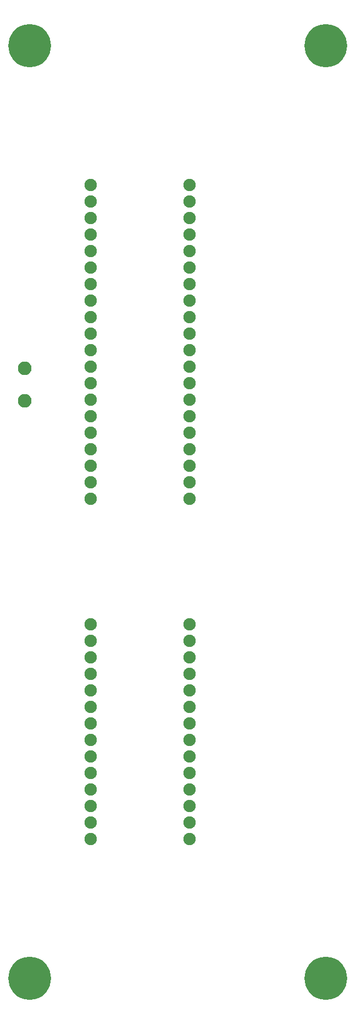
<source format=gbr>
%TF.GenerationSoftware,KiCad,Pcbnew,9.0.1*%
%TF.CreationDate,2025-04-16T15:15:49-04:00*%
%TF.ProjectId,KiCad 9 6502 ROR Test Board V2.0S,4b694361-6420-4392-9036-35303220524f,rev?*%
%TF.SameCoordinates,Original*%
%TF.FileFunction,Soldermask,Bot*%
%TF.FilePolarity,Negative*%
%FSLAX46Y46*%
G04 Gerber Fmt 4.6, Leading zero omitted, Abs format (unit mm)*
G04 Created by KiCad (PCBNEW 9.0.1) date 2025-04-16 15:15:49*
%MOMM*%
%LPD*%
G01*
G04 APERTURE LIST*
%ADD10O,2.101600X2.101600*%
%ADD11O,1.901600X1.901600*%
%ADD12C,0.762000*%
%ADD13O,6.601600X6.601600*%
G04 APERTURE END LIST*
D10*
%TO.C,P1*%
X126291000Y-84404600D03*
X126291000Y-89413400D03*
%TD*%
D11*
%TO.C,U2*%
X151699000Y-156759000D03*
X151699000Y-154219000D03*
X151699000Y-151679000D03*
X151699000Y-149139000D03*
X151699000Y-146599000D03*
X151699000Y-144059000D03*
X151699000Y-141519000D03*
X151699000Y-138979000D03*
X151699000Y-136439000D03*
X151699000Y-133899000D03*
X151699000Y-131359000D03*
X151699000Y-128819000D03*
X151699000Y-126279000D03*
X151699000Y-123739000D03*
X136459000Y-123739000D03*
X136459000Y-126279000D03*
X136459000Y-128819000D03*
X136459000Y-131359000D03*
X136459000Y-133899000D03*
X136459000Y-136439000D03*
X136459000Y-138979000D03*
X136459000Y-141519000D03*
X136459000Y-144059000D03*
X136459000Y-146599000D03*
X136459000Y-149139000D03*
X136459000Y-151679000D03*
X136459000Y-154219000D03*
X136459000Y-156759000D03*
%TD*%
D12*
%TO.C,U7*%
X124682800Y-178175000D03*
X125393000Y-176460200D03*
X125393000Y-179889800D03*
X127107700Y-175750100D03*
X127107700Y-180599900D03*
X128822500Y-176460200D03*
X128822500Y-179889800D03*
X129532700Y-178175000D03*
D13*
X127107700Y-178175000D03*
%TD*%
D12*
%TO.C,U5*%
X124682800Y-34759200D03*
X125393000Y-33044500D03*
X125393000Y-36474000D03*
X127107700Y-32334300D03*
X127107700Y-37184200D03*
X128822500Y-33044500D03*
X128822500Y-36474000D03*
X129532700Y-34759200D03*
D13*
X127107700Y-34759200D03*
%TD*%
D11*
%TO.C,U1*%
X136459000Y-56175000D03*
X136459000Y-58715000D03*
X136459000Y-61255000D03*
X136459000Y-63795000D03*
X136459000Y-66335000D03*
X136459000Y-68875000D03*
X136459000Y-71415000D03*
X136459000Y-73955000D03*
X136459000Y-76495000D03*
X136459000Y-79035000D03*
X136459000Y-81575000D03*
X136459000Y-84115000D03*
X136459000Y-86655000D03*
X136459000Y-89195000D03*
X136459000Y-91735000D03*
X136459000Y-94275000D03*
X136459000Y-96815000D03*
X136459000Y-99355000D03*
X136459000Y-101895000D03*
X136459000Y-104435000D03*
X151699000Y-104435000D03*
X151699000Y-101895000D03*
X151699000Y-99355000D03*
X151699000Y-96815000D03*
X151699000Y-94275000D03*
X151699000Y-91735000D03*
X151699000Y-89195000D03*
X151699000Y-86655000D03*
X151699000Y-84115000D03*
X151699000Y-81575000D03*
X151699000Y-79035000D03*
X151699000Y-76495000D03*
X151699000Y-73955000D03*
X151699000Y-71415000D03*
X151699000Y-68875000D03*
X151699000Y-66335000D03*
X151699000Y-63795000D03*
X151699000Y-61255000D03*
X151699000Y-58715000D03*
X151699000Y-56175000D03*
%TD*%
D12*
%TO.C,U8*%
X170308800Y-178175000D03*
X171019000Y-176460200D03*
X171019000Y-179889800D03*
X172733800Y-175750100D03*
X172733800Y-180599900D03*
X174448500Y-176460200D03*
X174448500Y-179889800D03*
X175158700Y-178175000D03*
D13*
X172733800Y-178175000D03*
%TD*%
D12*
%TO.C,U6*%
X170308800Y-34759200D03*
X171019000Y-33044500D03*
X171019000Y-36474000D03*
X172733800Y-32334300D03*
X172733800Y-37184200D03*
X174448500Y-33044500D03*
X174448500Y-36474000D03*
X175158700Y-34759200D03*
D13*
X172733800Y-34759200D03*
%TD*%
M02*

</source>
